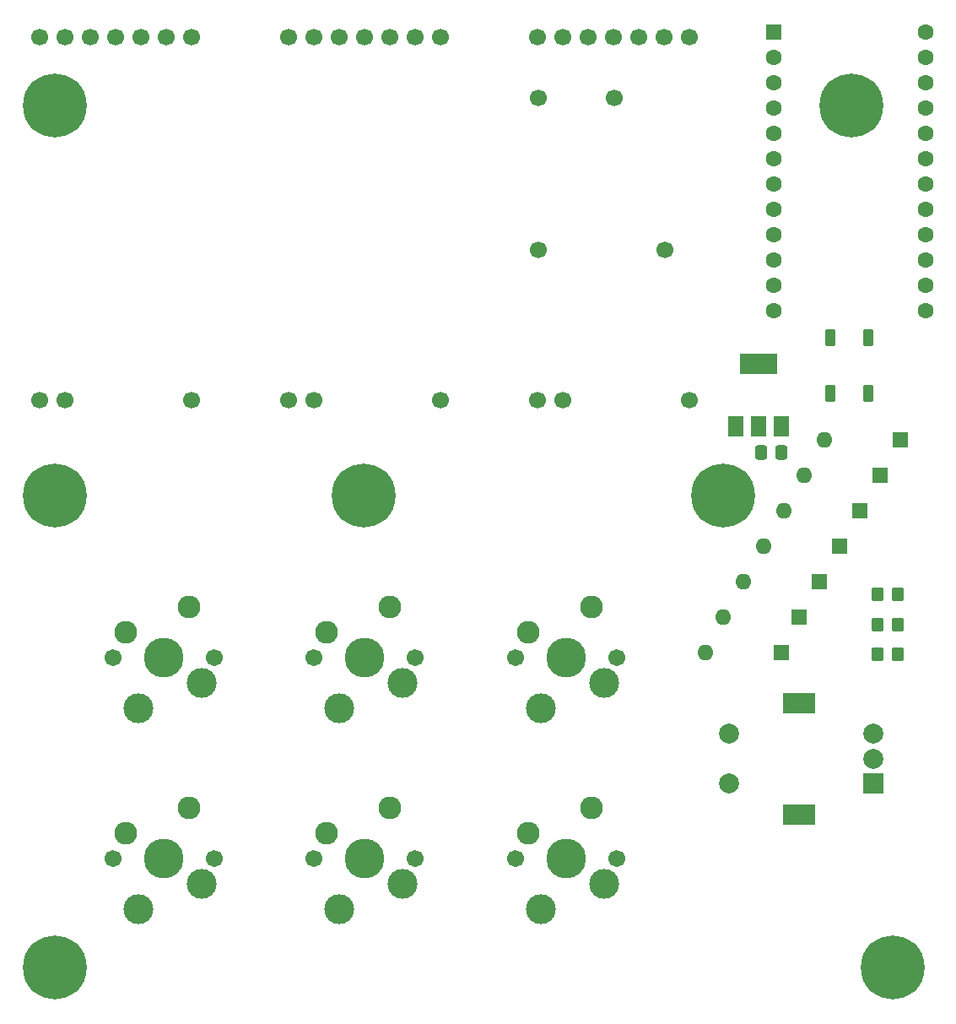
<source format=gts>
G04 #@! TF.GenerationSoftware,KiCad,Pcbnew,7.0.1*
G04 #@! TF.CreationDate,2023-04-24T18:26:11+10:00*
G04 #@! TF.ProjectId,phi,7068692e-6b69-4636-9164-5f7063625858,rev?*
G04 #@! TF.SameCoordinates,Original*
G04 #@! TF.FileFunction,Soldermask,Top*
G04 #@! TF.FilePolarity,Negative*
%FSLAX46Y46*%
G04 Gerber Fmt 4.6, Leading zero omitted, Abs format (unit mm)*
G04 Created by KiCad (PCBNEW 7.0.1) date 2023-04-24 18:26:11*
%MOMM*%
%LPD*%
G01*
G04 APERTURE LIST*
G04 Aperture macros list*
%AMRoundRect*
0 Rectangle with rounded corners*
0 $1 Rounding radius*
0 $2 $3 $4 $5 $6 $7 $8 $9 X,Y pos of 4 corners*
0 Add a 4 corners polygon primitive as box body*
4,1,4,$2,$3,$4,$5,$6,$7,$8,$9,$2,$3,0*
0 Add four circle primitives for the rounded corners*
1,1,$1+$1,$2,$3*
1,1,$1+$1,$4,$5*
1,1,$1+$1,$6,$7*
1,1,$1+$1,$8,$9*
0 Add four rect primitives between the rounded corners*
20,1,$1+$1,$2,$3,$4,$5,0*
20,1,$1+$1,$4,$5,$6,$7,0*
20,1,$1+$1,$6,$7,$8,$9,0*
20,1,$1+$1,$8,$9,$2,$3,0*%
G04 Aperture macros list end*
%ADD10C,1.700000*%
%ADD11C,1.701800*%
%ADD12C,3.000000*%
%ADD13C,3.987800*%
%ADD14C,2.286000*%
%ADD15R,1.600000X1.600000*%
%ADD16O,1.600000X1.600000*%
%ADD17RoundRect,0.250000X0.350000X0.450000X-0.350000X0.450000X-0.350000X-0.450000X0.350000X-0.450000X0*%
%ADD18R,1.500000X2.000000*%
%ADD19R,3.800000X2.000000*%
%ADD20C,0.800000*%
%ADD21C,6.400000*%
%ADD22RoundRect,0.250000X0.337500X0.475000X-0.337500X0.475000X-0.337500X-0.475000X0.337500X-0.475000X0*%
%ADD23RoundRect,0.101600X-0.381000X-0.762000X0.381000X-0.762000X0.381000X0.762000X-0.381000X0.762000X0*%
%ADD24RoundRect,0.250000X-0.350000X-0.450000X0.350000X-0.450000X0.350000X0.450000X-0.350000X0.450000X0*%
%ADD25R,2.000000X2.000000*%
%ADD26C,2.000000*%
%ADD27R,3.200000X2.000000*%
%ADD28C,1.600000*%
G04 APERTURE END LIST*
D10*
X100100000Y-68200000D03*
X87400000Y-68200000D03*
X84860000Y-68200000D03*
X100080000Y-31800000D03*
X97540000Y-31800000D03*
X95000000Y-31800000D03*
X92460000Y-31800000D03*
X89920000Y-31800000D03*
X87380000Y-31800000D03*
X84840000Y-31800000D03*
D11*
X87453000Y-114245000D03*
D12*
X89993000Y-119325000D03*
D13*
X92533000Y-114245000D03*
D12*
X96343000Y-116785000D03*
D11*
X97613000Y-114245000D03*
D14*
X95073000Y-109165000D03*
X88723000Y-111705000D03*
D15*
X134309000Y-93511000D03*
D16*
X126689000Y-93511000D03*
D17*
X145977000Y-90729000D03*
X143977000Y-90729000D03*
D10*
X125130000Y-68200000D03*
X112430000Y-68200000D03*
X109890000Y-68200000D03*
X125110000Y-31800000D03*
X122570000Y-31800000D03*
X120030000Y-31800000D03*
X117490000Y-31800000D03*
X114950000Y-31800000D03*
X112410000Y-31800000D03*
X109870000Y-31800000D03*
D17*
X145977000Y-87681000D03*
X143977000Y-87681000D03*
D15*
X144215000Y-75743000D03*
D16*
X136595000Y-75743000D03*
D18*
X129723000Y-70867000D03*
X132023000Y-70867000D03*
D19*
X132023000Y-64567000D03*
D18*
X134323000Y-70867000D03*
D20*
X126067000Y-77775000D03*
X126769944Y-76077944D03*
X126769944Y-79472056D03*
X128467000Y-75375000D03*
D21*
X128467000Y-77775000D03*
D20*
X128467000Y-80175000D03*
X130164056Y-76077944D03*
X130164056Y-79472056D03*
X130867000Y-77775000D03*
X138940056Y-38659000D03*
X139643000Y-36961944D03*
X139643000Y-40356056D03*
X141340056Y-36259000D03*
D21*
X141340056Y-38659000D03*
D20*
X141340056Y-41059000D03*
X143037112Y-36961944D03*
X143037112Y-40356056D03*
X143740056Y-38659000D03*
D10*
X75140000Y-68200000D03*
X62440000Y-68200000D03*
X59900000Y-68200000D03*
X75120000Y-31800000D03*
X72580000Y-31800000D03*
X70040000Y-31800000D03*
X67500000Y-31800000D03*
X64960000Y-31800000D03*
X62420000Y-31800000D03*
X59880000Y-31800000D03*
D20*
X143085000Y-125155000D03*
X143787944Y-123457944D03*
X143787944Y-126852056D03*
X145485000Y-122755000D03*
D21*
X145485000Y-125155000D03*
D20*
X145485000Y-127555000D03*
X147182056Y-123457944D03*
X147182056Y-126852056D03*
X147885000Y-125155000D03*
D22*
X134330500Y-73457000D03*
X132255500Y-73457000D03*
D20*
X59011000Y-38659000D03*
X59713944Y-36961944D03*
X59713944Y-40356056D03*
X61411000Y-36259000D03*
D21*
X61411000Y-38659000D03*
D20*
X61411000Y-41059000D03*
X63108056Y-36961944D03*
X63108056Y-40356056D03*
X63811000Y-38659000D03*
D11*
X67239000Y-114245000D03*
D12*
X69779000Y-119325000D03*
D13*
X72319000Y-114245000D03*
D12*
X76129000Y-116785000D03*
D11*
X77399000Y-114245000D03*
D14*
X74859000Y-109165000D03*
X68509000Y-111705000D03*
D11*
X67253000Y-94045000D03*
D12*
X69793000Y-99125000D03*
D13*
X72333000Y-94045000D03*
D12*
X76143000Y-96585000D03*
D11*
X77413000Y-94045000D03*
D14*
X74873000Y-88965000D03*
X68523000Y-91505000D03*
D15*
X142183000Y-79299000D03*
D16*
X134563000Y-79299000D03*
D23*
X143046000Y-61943000D03*
X139236000Y-61943000D03*
X143046000Y-67531000D03*
X139236000Y-67531000D03*
D15*
X146247000Y-72187000D03*
D16*
X138627000Y-72187000D03*
D20*
X59011000Y-125155000D03*
X59713944Y-123457944D03*
X59713944Y-126852056D03*
X61411000Y-122755000D03*
D21*
X61411000Y-125155000D03*
D20*
X61411000Y-127555000D03*
X63108056Y-123457944D03*
X63108056Y-126852056D03*
X63811000Y-125155000D03*
X89999000Y-77775000D03*
X90701944Y-76077944D03*
X90701944Y-79472056D03*
X92399000Y-75375000D03*
D21*
X92399000Y-77775000D03*
D20*
X92399000Y-80175000D03*
X94096056Y-76077944D03*
X94096056Y-79472056D03*
X94799000Y-77775000D03*
D15*
X136087000Y-89955000D03*
D16*
X128467000Y-89955000D03*
D11*
X87453000Y-94045000D03*
D12*
X89993000Y-99125000D03*
D13*
X92533000Y-94045000D03*
D12*
X96343000Y-96585000D03*
D11*
X97613000Y-94045000D03*
D14*
X95073000Y-88965000D03*
X88723000Y-91505000D03*
D20*
X59011000Y-77775000D03*
X59713944Y-76077944D03*
X59713944Y-79472056D03*
X61411000Y-75375000D03*
D21*
X61411000Y-77775000D03*
D20*
X61411000Y-80175000D03*
X63108056Y-76077944D03*
X63108056Y-79472056D03*
X63811000Y-77775000D03*
D11*
X107653000Y-114245000D03*
D12*
X110193000Y-119325000D03*
D13*
X112733000Y-114245000D03*
D12*
X116543000Y-116785000D03*
D11*
X117813000Y-114245000D03*
D14*
X115273000Y-109165000D03*
X108923000Y-111705000D03*
D24*
X143977000Y-93679000D03*
X145977000Y-93679000D03*
D11*
X107653000Y-94045000D03*
D12*
X110193000Y-99125000D03*
D13*
X112733000Y-94045000D03*
D12*
X116543000Y-96585000D03*
D11*
X117813000Y-94045000D03*
D14*
X115273000Y-88965000D03*
X108923000Y-91505000D03*
D15*
X138119000Y-86399000D03*
D16*
X130499000Y-86399000D03*
D15*
X140151000Y-82855000D03*
D16*
X132531000Y-82855000D03*
D25*
X143591000Y-106691000D03*
D26*
X143591000Y-101691000D03*
X143591000Y-104191000D03*
D27*
X136091000Y-109791000D03*
X136091000Y-98591000D03*
D26*
X129091000Y-101691000D03*
X129091000Y-106691000D03*
D15*
X133547000Y-31293000D03*
D28*
X133547000Y-33833000D03*
X133547000Y-36373000D03*
X133547000Y-38913000D03*
X133547000Y-41453000D03*
X133547000Y-43993000D03*
X133547000Y-46533000D03*
X133547000Y-49073000D03*
X133547000Y-51613000D03*
X133547000Y-54153000D03*
X133547000Y-56693000D03*
X133547000Y-59233000D03*
X148787000Y-59233000D03*
X148787000Y-56693000D03*
X148787000Y-54153000D03*
X148787000Y-51613000D03*
X148787000Y-49073000D03*
X148787000Y-46533000D03*
X148787000Y-43993000D03*
X148787000Y-41453000D03*
X148787000Y-38913000D03*
X148787000Y-36373000D03*
X148787000Y-33833000D03*
X148787000Y-31293000D03*
D10*
X109925000Y-37897000D03*
X117545000Y-37897000D03*
X109925000Y-53137000D03*
X122625000Y-53137000D03*
M02*

</source>
